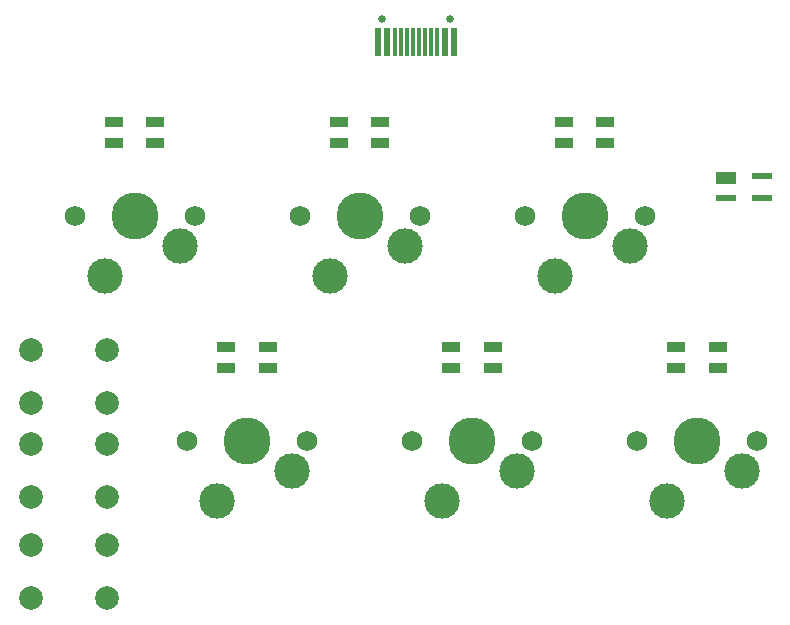
<source format=gbr>
%TF.GenerationSoftware,KiCad,Pcbnew,(6.0.5)*%
%TF.CreationDate,2022-05-27T18:29:41+07:00*%
%TF.ProjectId,atelier-alter,6174656c-6965-4722-9d61-6c7465722e6b,rev?*%
%TF.SameCoordinates,Original*%
%TF.FileFunction,Soldermask,Top*%
%TF.FilePolarity,Negative*%
%FSLAX46Y46*%
G04 Gerber Fmt 4.6, Leading zero omitted, Abs format (unit mm)*
G04 Created by KiCad (PCBNEW (6.0.5)) date 2022-05-27 18:29:41*
%MOMM*%
%LPD*%
G01*
G04 APERTURE LIST*
%ADD10C,1.750000*%
%ADD11C,3.987800*%
%ADD12C,3.000000*%
%ADD13R,1.600000X0.850000*%
%ADD14C,2.000000*%
%ADD15C,0.650000*%
%ADD16R,0.600000X2.450000*%
%ADD17R,0.300000X2.450000*%
%ADD18R,1.700000X1.000000*%
%ADD19R,1.700000X0.600000*%
G04 APERTURE END LIST*
D10*
%TO.C,MX6*%
X179705000Y-92806200D03*
D11*
X174625000Y-92806200D03*
D12*
X178435000Y-95346200D03*
X172085000Y-97886200D03*
D10*
X169545000Y-92806200D03*
%TD*%
D13*
%TO.C,D14*%
X153825000Y-84850000D03*
X153825000Y-86600000D03*
X157325000Y-86600000D03*
X157325000Y-84850000D03*
%TD*%
D14*
%TO.C,SW2*%
X118193800Y-101600000D03*
X124693800Y-101600000D03*
X118193800Y-106100000D03*
X124693800Y-106100000D03*
%TD*%
D11*
%TO.C,MX5*%
X165100000Y-73756200D03*
D12*
X162560000Y-78836200D03*
X168910000Y-76296200D03*
D10*
X160020000Y-73756200D03*
X170180000Y-73756200D03*
%TD*%
%TO.C,MX4*%
X160655000Y-92806200D03*
D11*
X155575000Y-92806200D03*
D12*
X159385000Y-95346200D03*
X153035000Y-97886200D03*
D10*
X150495000Y-92806200D03*
%TD*%
D14*
%TO.C,SW3*%
X118193800Y-85062500D03*
X124693800Y-85062500D03*
X118193800Y-89562500D03*
X124693800Y-89562500D03*
%TD*%
D13*
%TO.C,D11*%
X125250000Y-65800000D03*
X125250000Y-67550000D03*
X128750000Y-67550000D03*
X128750000Y-65800000D03*
%TD*%
%TO.C,D13*%
X144300000Y-65800000D03*
X144300000Y-67550000D03*
X147800000Y-67550000D03*
X147800000Y-65800000D03*
%TD*%
D12*
%TO.C,MX3*%
X143510000Y-78836200D03*
D11*
X146050000Y-73756200D03*
D10*
X140970000Y-73756200D03*
D12*
X149860000Y-76296200D03*
D10*
X151130000Y-73756200D03*
%TD*%
D11*
%TO.C,MX1*%
X127000000Y-73756200D03*
D10*
X121920000Y-73756200D03*
D12*
X124460000Y-78836200D03*
X130810000Y-76296200D03*
D10*
X132080000Y-73756200D03*
%TD*%
D15*
%TO.C,USB1*%
X153702500Y-57050000D03*
X147922500Y-57050000D03*
D16*
X154037500Y-58995000D03*
X153262500Y-58995000D03*
D17*
X152562500Y-58995000D03*
X152062500Y-58995000D03*
X151562500Y-58995000D03*
X151062500Y-58995000D03*
X150562500Y-58995000D03*
X150062500Y-58995000D03*
X149562500Y-58995000D03*
X149062500Y-58995000D03*
D16*
X148362500Y-58995000D03*
X147587500Y-58995000D03*
%TD*%
D13*
%TO.C,D12*%
X134775000Y-84850000D03*
X134775000Y-86600000D03*
X138275000Y-86600000D03*
X138275000Y-84850000D03*
%TD*%
D14*
%TO.C,SW4*%
X118193800Y-93000000D03*
X124693800Y-93000000D03*
X124693800Y-97500000D03*
X118193800Y-97500000D03*
%TD*%
D11*
%TO.C,MX2*%
X136525000Y-92806200D03*
D10*
X141605000Y-92806200D03*
X131445000Y-92806200D03*
D12*
X133985000Y-97886200D03*
X140335000Y-95346200D03*
%TD*%
D18*
%TO.C,U2*%
X177093800Y-70531200D03*
D19*
X177093800Y-72231200D03*
X180093800Y-72231200D03*
X180093800Y-70331200D03*
%TD*%
D13*
%TO.C,D15*%
X163350000Y-65800000D03*
X163350000Y-67550000D03*
X166850000Y-67550000D03*
X166850000Y-65800000D03*
%TD*%
%TO.C,D16*%
X172875000Y-84850000D03*
X172875000Y-86600000D03*
X176375000Y-86600000D03*
X176375000Y-84850000D03*
%TD*%
M02*

</source>
